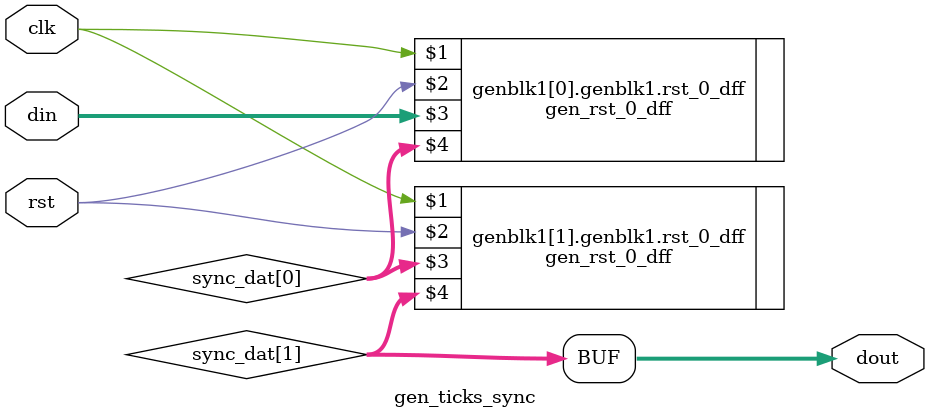
<source format=v>
 /*                                                                      
 Copyright 2020 Blue Liang, liangkangnan@163.com
                                                                         
 Licensed under the Apache License, Version 2.0 (the "License");         
 you may not use this file except in compliance with the License.        
 You may obtain a copy of the License at                                 
                                                                         
     http://www.apache.org/licenses/LICENSE-2.0                          
                                                                         
 Unless required by applicable law or agreed to in writing, software    
 distributed under the License is distributed on an "AS IS" BASIS,       
 WITHOUT WARRANTIES OR CONDITIONS OF ANY KIND, either express or implied.
 See the License for the specific language governing permissions and     
 limitations under the License.                                          
 */

// 将输入打DP拍后输出
module gen_ticks_sync #(
    parameter DP = 2,
    parameter DW = 32)(

    input wire rst,
    input wire clk,

    input wire[DW-1:0] din,
    output wire[DW-1:0] dout

    );

    wire[DW-1:0] sync_dat[DP-1:0];

    genvar i;

    generate 
        for (i = 0; i < DP; i = i + 1) begin
            if (i == 0) begin
                gen_rst_0_dff #(DW) rst_0_dff(clk, rst, din, sync_dat[0]);
            end else begin
                gen_rst_0_dff #(DW) rst_0_dff(clk, rst, sync_dat[i-1], sync_dat[i]);
            end
        end
    endgenerate

    assign dout = sync_dat[DP-1];
  
endmodule

</source>
